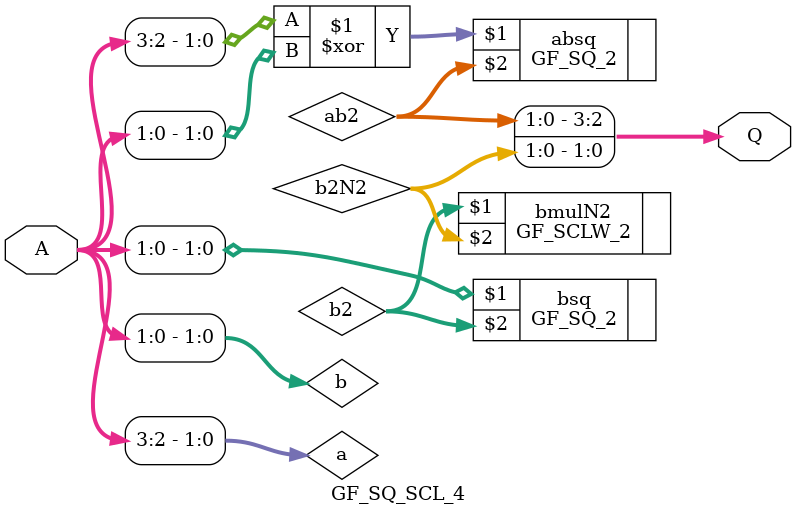
<source format=v>
`timescale 1ns / 1ps


module GF_SQ_SCL_4( A, Q );
  input [3:0] A;
  output [3:0] Q;
  wire [1:0] a, b, ab2, b2, b2N2;
  assign a = A[3:2];
  assign b = A[1:0];
  GF_SQ_2 absq(a ^ b, ab2);
  GF_SQ_2 bsq(b, b2);
  GF_SCLW_2 bmulN2(b2, b2N2);

  assign Q = { ab2, b2N2 };
endmodule

</source>
